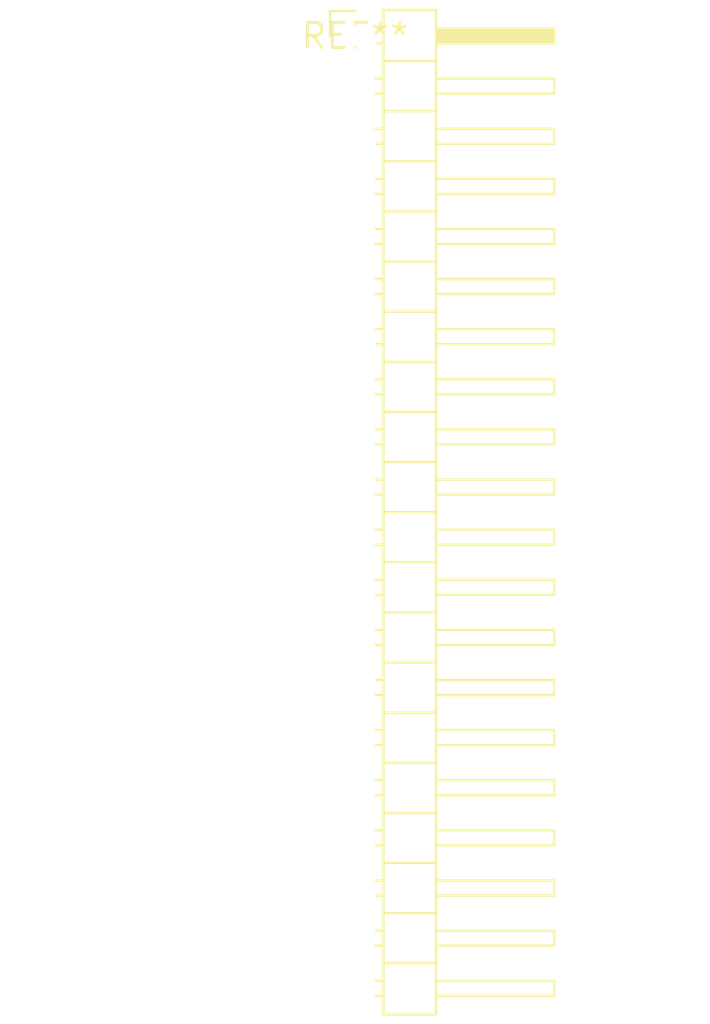
<source format=kicad_pcb>
(kicad_pcb (version 20240108) (generator pcbnew)
  (layers (0 "F.Cu" signal) (31 "B.Cu" signal) (34 "B.Paste" user) (35 "F.Paste" user) (36 "B.SilkS" user "B.Silkscreen") (37 "F.SilkS" user "F.Silkscreen") (38 "B.Mask" user) (39 "F.Mask" user) (44 "Edge.Cuts" user))
  (net 0 "")
  (footprint "PinHeader_1x20_P2.54mm_Horizontal" (layer "F.Cu") (at 0 0)
    (property "Reference" "REF**")
    (property "Value" "PinHeader_1x20_P2.54mm_Horizontal")
    (fp_line (start -1.27 -1.27) (end 0 -1.27) (layer "F.SilkS") (stroke (width 0.12)))
    (fp_line (start -1.27 0) (end -1.27 -1.27) (layer "F.SilkS") (stroke (width 0.12)))
    (fp_line (start 1.042929 2.16) (end 1.44 2.16) (layer "F.SilkS") (stroke (width 0.12)))
    (fp_line (start 1.042929 2.92) (end 1.44 2.92) (layer "F.SilkS") (stroke (width 0.12)))
    (fp_line (start 1.042929 4.7) (end 1.44 4.7) (layer "F.SilkS") (stroke (width 0.12)))
    (fp_line (start 1.042929 5.46) (end 1.44 5.46) (layer "F.SilkS") (stroke (width 0.12)))
    (fp_line (start 1.042929 7.24) (end 1.44 7.24) (layer "F.SilkS") (stroke (width 0.12)))
    (fp_line (start 1.042929 8) (end 1.44 8) (layer "F.SilkS") (stroke (width 0.12)))
    (fp_line (start 1.042929 9.78) (end 1.44 9.78) (layer "F.SilkS") (stroke (width 0.12)))
    (fp_line (start 1.042929 10.54) (end 1.44 10.54) (layer "F.SilkS") (stroke (width 0.12)))
    (fp_line (start 1.042929 12.32) (end 1.44 12.32) (layer "F.SilkS") (stroke (width 0.12)))
    (fp_line (start 1.042929 13.08) (end 1.44 13.08) (layer "F.SilkS") (stroke (width 0.12)))
    (fp_line (start 1.042929 14.86) (end 1.44 14.86) (layer "F.SilkS") (stroke (width 0.12)))
    (fp_line (start 1.042929 15.62) (end 1.44 15.62) (layer "F.SilkS") (stroke (width 0.12)))
    (fp_line (start 1.042929 17.4) (end 1.44 17.4) (layer "F.SilkS") (stroke (width 0.12)))
    (fp_line (start 1.042929 18.16) (end 1.44 18.16) (layer "F.SilkS") (stroke (width 0.12)))
    (fp_line (start 1.042929 19.94) (end 1.44 19.94) (layer "F.SilkS") (stroke (width 0.12)))
    (fp_line (start 1.042929 20.7) (end 1.44 20.7) (layer "F.SilkS") (stroke (width 0.12)))
    (fp_line (start 1.042929 22.48) (end 1.44 22.48) (layer "F.SilkS") (stroke (width 0.12)))
    (fp_line (start 1.042929 23.24) (end 1.44 23.24) (layer "F.SilkS") (stroke (width 0.12)))
    (fp_line (start 1.042929 25.02) (end 1.44 25.02) (layer "F.SilkS") (stroke (width 0.12)))
    (fp_line (start 1.042929 25.78) (end 1.44 25.78) (layer "F.SilkS") (stroke (width 0.12)))
    (fp_line (start 1.042929 27.56) (end 1.44 27.56) (layer "F.SilkS") (stroke (width 0.12)))
    (fp_line (start 1.042929 28.32) (end 1.44 28.32) (layer "F.SilkS") (stroke (width 0.12)))
    (fp_line (start 1.042929 30.1) (end 1.44 30.1) (layer "F.SilkS") (stroke (width 0.12)))
    (fp_line (start 1.042929 30.86) (end 1.44 30.86) (layer "F.SilkS") (stroke (width 0.12)))
    (fp_line (start 1.042929 32.64) (end 1.44 32.64) (layer "F.SilkS") (stroke (width 0.12)))
    (fp_line (start 1.042929 33.4) (end 1.44 33.4) (layer "F.SilkS") (stroke (width 0.12)))
    (fp_line (start 1.042929 35.18) (end 1.44 35.18) (layer "F.SilkS") (stroke (width 0.12)))
    (fp_line (start 1.042929 35.94) (end 1.44 35.94) (layer "F.SilkS") (stroke (width 0.12)))
    (fp_line (start 1.042929 37.72) (end 1.44 37.72) (layer "F.SilkS") (stroke (width 0.12)))
    (fp_line (start 1.042929 38.48) (end 1.44 38.48) (layer "F.SilkS") (stroke (width 0.12)))
    (fp_line (start 1.042929 40.26) (end 1.44 40.26) (layer "F.SilkS") (stroke (width 0.12)))
    (fp_line (start 1.042929 41.02) (end 1.44 41.02) (layer "F.SilkS") (stroke (width 0.12)))
    (fp_line (start 1.042929 42.8) (end 1.44 42.8) (layer "F.SilkS") (stroke (width 0.12)))
    (fp_line (start 1.042929 43.56) (end 1.44 43.56) (layer "F.SilkS") (stroke (width 0.12)))
    (fp_line (start 1.042929 45.34) (end 1.44 45.34) (layer "F.SilkS") (stroke (width 0.12)))
    (fp_line (start 1.042929 46.1) (end 1.44 46.1) (layer "F.SilkS") (stroke (width 0.12)))
    (fp_line (start 1.042929 47.88) (end 1.44 47.88) (layer "F.SilkS") (stroke (width 0.12)))
    (fp_line (start 1.042929 48.64) (end 1.44 48.64) (layer "F.SilkS") (stroke (width 0.12)))
    (fp_line (start 1.11 -0.38) (end 1.44 -0.38) (layer "F.SilkS") (stroke (width 0.12)))
    (fp_line (start 1.11 0.38) (end 1.44 0.38) (layer "F.SilkS") (stroke (width 0.12)))
    (fp_line (start 1.44 -1.33) (end 1.44 49.59) (layer "F.SilkS") (stroke (width 0.12)))
    (fp_line (start 1.44 1.27) (end 4.1 1.27) (layer "F.SilkS") (stroke (width 0.12)))
    (fp_line (start 1.44 3.81) (end 4.1 3.81) (layer "F.SilkS") (stroke (width 0.12)))
    (fp_line (start 1.44 6.35) (end 4.1 6.35) (layer "F.SilkS") (stroke (width 0.12)))
    (fp_line (start 1.44 8.89) (end 4.1 8.89) (layer "F.SilkS") (stroke (width 0.12)))
    (fp_line (start 1.44 11.43) (end 4.1 11.43) (layer "F.SilkS") (stroke (width 0.12)))
    (fp_line (start 1.44 13.97) (end 4.1 13.97) (layer "F.SilkS") (stroke (width 0.12)))
    (fp_line (start 1.44 16.51) (end 4.1 16.51) (layer "F.SilkS") (stroke (width 0.12)))
    (fp_line (start 1.44 19.05) (end 4.1 19.05) (layer "F.SilkS") (stroke (width 0.12)))
    (fp_line (start 1.44 21.59) (end 4.1 21.59) (layer "F.SilkS") (stroke (width 0.12)))
    (fp_line (start 1.44 24.13) (end 4.1 24.13) (layer "F.SilkS") (stroke (width 0.12)))
    (fp_line (start 1.44 26.67) (end 4.1 26.67) (layer "F.SilkS") (stroke (width 0.12)))
    (fp_line (start 1.44 29.21) (end 4.1 29.21) (layer "F.SilkS") (stroke (width 0.12)))
    (fp_line (start 1.44 31.75) (end 4.1 31.75) (layer "F.SilkS") (stroke (width 0.12)))
    (fp_line (start 1.44 34.29) (end 4.1 34.29) (layer "F.SilkS") (stroke (width 0.12)))
    (fp_line (start 1.44 36.83) (end 4.1 36.83) (layer "F.SilkS") (stroke (width 0.12)))
    (fp_line (start 1.44 39.37) (end 4.1 39.37) (layer "F.SilkS") (stroke (width 0.12)))
    (fp_line (start 1.44 41.91) (end 4.1 41.91) (layer "F.SilkS") (stroke (width 0.12)))
    (fp_line (start 1.44 44.45) (end 4.1 44.45) (layer "F.SilkS") (stroke (width 0.12)))
    (fp_line (start 1.44 46.99) (end 4.1 46.99) (layer "F.SilkS") (stroke (width 0.12)))
    (fp_line (start 1.44 49.59) (end 4.1 49.59) (layer "F.SilkS") (stroke (width 0.12)))
    (fp_line (start 4.1 -1.33) (end 1.44 -1.33) (layer "F.SilkS") (stroke (width 0.12)))
    (fp_line (start 4.1 -0.38) (end 10.1 -0.38) (layer "F.SilkS") (stroke (width 0.12)))
    (fp_line (start 4.1 -0.32) (end 10.1 -0.32) (layer "F.SilkS") (stroke (width 0.12)))
    (fp_line (start 4.1 -0.2) (end 10.1 -0.2) (layer "F.SilkS") (stroke (width 0.12)))
    (fp_line (start 4.1 -0.08) (end 10.1 -0.08) (layer "F.SilkS") (stroke (width 0.12)))
    (fp_line (start 4.1 0.04) (end 10.1 0.04) (layer "F.SilkS") (stroke (width 0.12)))
    (fp_line (start 4.1 0.16) (end 10.1 0.16) (layer "F.SilkS") (stroke (width 0.12)))
    (fp_line (start 4.1 0.28) (end 10.1 0.28) (layer "F.SilkS") (stroke (width 0.12)))
    (fp_line (start 4.1 2.16) (end 10.1 2.16) (layer "F.SilkS") (stroke (width 0.12)))
    (fp_line (start 4.1 4.7) (end 10.1 4.7) (layer "F.SilkS") (stroke (width 0.12)))
    (fp_line (start 4.1 7.24) (end 10.1 7.24) (layer "F.SilkS") (stroke (width 0.12)))
    (fp_line (start 4.1 9.78) (end 10.1 9.78) (layer "F.SilkS") (stroke (width 0.12)))
    (fp_line (start 4.1 12.32) (end 10.1 12.32) (layer "F.SilkS") (stroke (width 0.12)))
    (fp_line (start 4.1 14.86) (end 10.1 14.86) (layer "F.SilkS") (stroke (width 0.12)))
    (fp_line (start 4.1 17.4) (end 10.1 17.4) (layer "F.SilkS") (stroke (width 0.12)))
    (fp_line (start 4.1 19.94) (end 10.1 19.94) (layer "F.SilkS") (stroke (width 0.12)))
    (fp_line (start 4.1 22.48) (end 10.1 22.48) (layer "F.SilkS") (stroke (width 0.12)))
    (fp_line (start 4.1 25.02) (end 10.1 25.02) (layer "F.SilkS") (stroke (width 0.12)))
    (fp_line (start 4.1 27.56) (end 10.1 27.56) (layer "F.SilkS") (stroke (width 0.12)))
    (fp_line (start 4.1 30.1) (end 10.1 30.1) (layer "F.SilkS") (stroke (width 0.12)))
    (fp_line (start 4.1 32.64) (end 10.1 32.64) (layer "F.SilkS") (stroke (width 0.12)))
    (fp_line (start 4.1 35.18) (end 10.1 35.18) (layer "F.SilkS") (stroke (width 0.12)))
    (fp_line (start 4.1 37.72) (end 10.1 37.72) (layer "F.SilkS") (stroke (width 0.12)))
    (fp_line (start 4.1 40.26) (end 10.1 40.26) (layer "F.SilkS") (stroke (width 0.12)))
    (fp_line (start 4.1 42.8) (end 10.1 42.8) (layer "F.SilkS") (stroke (width 0.12)))
    (fp_line (start 4.1 45.34) (end 10.1 45.34) (layer "F.SilkS") (stroke (width 0.12)))
    (fp_line (start 4.1 47.88) (end 10.1 47.88) (layer "F.SilkS") (stroke (width 0.12)))
    (fp_line (start 4.1 49.59) (end 4.1 -1.33) (layer "F.SilkS") (stroke (width 0.12)))
    (fp_line (start 10.1 -0.38) (end 10.1 0.38) (layer "F.SilkS") (stroke (width 0.12)))
    (fp_line (start 10.1 0.38) (end 4.1 0.38) (layer "F.SilkS") (stroke (width 0.12)))
    (fp_line (start 10.1 2.16) (end 10.1 2.92) (layer "F.SilkS") (stroke (width 0.12)))
    (fp_line (start 10.1 2.92) (end 4.1 2.92) (layer "F.SilkS") (stroke (width 0.12)))
    (fp_line (start 10.1 4.7) (end 10.1 5.46) (layer "F.SilkS") (stroke (width 0.12)))
    (fp_line (start 10.1 5.46) (end 4.1 5.46) (layer "F.SilkS") (stroke (width 0.12)))
    (fp_line (start 10.1 7.24) (end 10.1 8) (layer "F.SilkS") (stroke (width 0.12)))
    (fp_line (start 10.1 8) (end 4.1 8) (layer "F.SilkS") (stroke (width 0.12)))
    (fp_line (start 10.1 9.78) (end 10.1 10.54) (layer "F.SilkS") (stroke (width 0.12)))
    (fp_line (start 10.1 10.54) (end 4.1 10.54) (layer "F.SilkS") (stroke (width 0.12)))
    (fp_line (start 10.1 12.32) (end 10.1 13.08) (layer "F.SilkS") (stroke (width 0.12)))
    (fp_line (start 10.1 13.08) (end 4.1 13.08) (layer "F.SilkS") (stroke (width 0.12)))
    (fp_line (start 10.1 14.86) (end 10.1 15.62) (layer "F.SilkS") (stroke (width 0.12)))
    (fp_line (start 10.1 15.62) (end 4.1 15.62) (layer "F.SilkS") (stroke (width 0.12)))
    (fp_line (start 10.1 17.4) (end 10.1 18.16) (layer "F.SilkS") (stroke (width 0.12)))
    (fp_line (start 10.1 18.16) (end 4.1 18.16) (layer "F.SilkS") (stroke (width 0.12)))
    (fp_line (start 10.1 19.94) (end 10.1 20.7) (layer "F.SilkS") (stroke (width 0.12)))
    (fp_line (start 10.1 20.7) (end 4.1 20.7) (layer "F.SilkS") (stroke (width 0.12)))
    (fp_line (start 10.1 22.48) (end 10.1 23.24) (layer "F.SilkS") (stroke (width 0.12)))
    (fp_line (start 10.1 23.24) (end 4.1 23.24) (layer "F.SilkS") (stroke (width 0.12)))
    (fp_line (start 10.1 25.02) (end 10.1 25.78) (layer "F.SilkS") (stroke (width 0.12)))
    (fp_line (start 10.1 25.78) (end 4.1 25.78) (layer "F.SilkS") (stroke (width 0.12)))
    (fp_line (start 10.1 27.56) (end 10.1 28.32) (layer "F.SilkS") (stroke (width 0.12)))
    (fp_line (start 10.1 28.32) (end 4.1 28.32) (layer "F.SilkS") (stroke (width 0.12)))
    (fp_line (start 10.1 30.1) (end 10.1 30.86) (layer "F.SilkS") (stroke (width 0.12)))
    (fp_line (start 10.1 30.86) (end 4.1 30.86) (layer "F.SilkS") (stroke (width 0.12)))
    (fp_line (start 10.1 32.64) (end 10.1 33.4) (layer "F.SilkS") (stroke (width 0.12)))
    (fp_line (start 10.1 33.4) (end 4.1 33.4) (layer "F.SilkS") (stroke (width 0.12)))
    (fp_line (start 10.1 35.18) (end 10.1 35.94) (layer "F.SilkS") (stroke (width 0.12)))
    (fp_line (start 10.1 35.94) (end 4.1 35.94) (layer "F.SilkS") (stroke (width 0.12)))
    (fp_line (start 10.1 37.72) (end 10.1 38.48) (layer "F.SilkS") (stroke (width 0.12)))
    (fp_line (start 10.1 38.48) (end 4.1 38.48) (layer "F.SilkS") (stroke (width 0.12)))
    (fp_line (start 10.1 40.26) (end 10.1 41.02) (layer "F.SilkS") (stroke (width 0.12)))
    (fp_line (start 10.1 41.02) (end 4.1 41.02) (layer "F.SilkS") (stroke (width 0.12)))
    (fp_line (start 10.1 42.8) (end 10.1 43.56) (layer "F.SilkS") (stroke (width 0.12)))
    (fp_line (start 10.1 43.56) (end 4.1 43.56) (layer "F.SilkS") (stroke (width 0.12)))
    (fp_line (start 10.1 45.34) (end 10.1 46.1) (layer "F.SilkS") (stroke (width 0.12)))
    (fp_line (start 10.1 46.1) (end 4.1 46.1) (layer "F.SilkS") (stroke (width 0.12)))
    (fp_line (start 10.1 47.88) (end 10.1 48.64) (layer "F.SilkS") (stroke (width 0.12)))
    (fp_line (start 10.1 48.64) (end 4.1 48.64) (layer "F.SilkS") (stroke (width 0.12)))
    (pad "1" thru_hole rect (at 0 0) (size 1.7 1.7) (drill 1) (layers *.Cu *.Mask) (remove_unused_layers))
    (pad "2" thru_hole oval (at 0 2.54) (size 1.7 1.7) (drill 1) (layers *.Cu *.Mask) (remove_unused_layers))
    (pad "3" thru_hole oval (at 0 5.08) (size 1.7 1.7) (drill 1) (layers *.Cu *.Mask) (remove_unused_layers))
    (pad "4" thru_hole oval (at 0 7.62) (size 1.7 1.7) (drill 1) (layers *.Cu *.Mask) (remove_unused_layers))
    (pad "5" thru_hole oval (at 0 10.16) (size 1.7 1.7) (drill 1) (layers *.Cu *.Mask) (remove_unused_layers))
    (pad "6" thru_hole oval (at 0 12.7) (size 1.7 1.7) (drill 1) (layers *.Cu *.Mask) (remove_unused_layers))
    (pad "7" thru_hole oval (at 0 15.24) (size 1.7 1.7) (drill 1) (layers *.Cu *.Mask) (remove_unused_layers))
    (pad "8" thru_hole oval (at 0 17.78) (size 1.7 1.7) (drill 1) (layers *.Cu *.Mask) (remove_unused_layers))
    (pad "9" thru_hole oval (at 0 20.32) (size 1.7 1.7) (drill 1) (layers *.Cu *.Mask) (remove_unused_layers))
    (pad "10" thru_hole oval (at 0 22.86) (size 1.7 1.7) (drill 1) (layers *.Cu *.Mask) (remove_unused_layers))
    (pad "11" thru_hole oval (at 0 25.4) (size 1.7 1.7) (drill 1) (layers *.Cu *.Mask) (remove_unused_layers))
    (pad "12" thru_hole oval (at 0 27.94) (size 1.7 1.7) (drill 1) (layers *.Cu *.Mask) (remove_unused_layers))
    (pad "13" thru_hole oval (at 0 30.48) (size 1.7 1.7) (drill 1) (layers *.Cu *.Mask) (remove_unused_layers))
    (pad "14" thru_hole oval (at 0 33.02) (size 1.7 1.7) (drill 1) (layers *.Cu *.Mask) (remove_unused_layers))
    (pad "15" thru_hole oval (at 0 35.56) (size 1.7 1.7) (drill 1) (layers *.Cu *.Mask) (remove_unused_layers))
    (pad "16" thru_hole oval (at 0 38.1) (size 1.7 1.7) (drill 1) (layers *.Cu *.Mask) (remove_unused_layers))
    (pad "17" thru_hole oval (at 0 40.64) (size 1.7 1.7) (drill 1) (layers *.Cu *.Mask) (remove_unused_layers))
    (pad "18" thru_hole oval (at 0 43.18) (size 1.7 1.7) (drill 1) (layers *.Cu *.Mask) (remove_unused_layers))
    (pad "19" thru_hole oval (at 0 45.72) (size 1.7 1.7) (drill 1) (layers *.Cu *.Mask) (remove_unused_layers))
    (pad "20" thru_hole oval (at 0 48.26) (size 1.7 1.7) (drill 1) (layers *.Cu *.Mask) (remove_unused_layers))
  )
)
</source>
